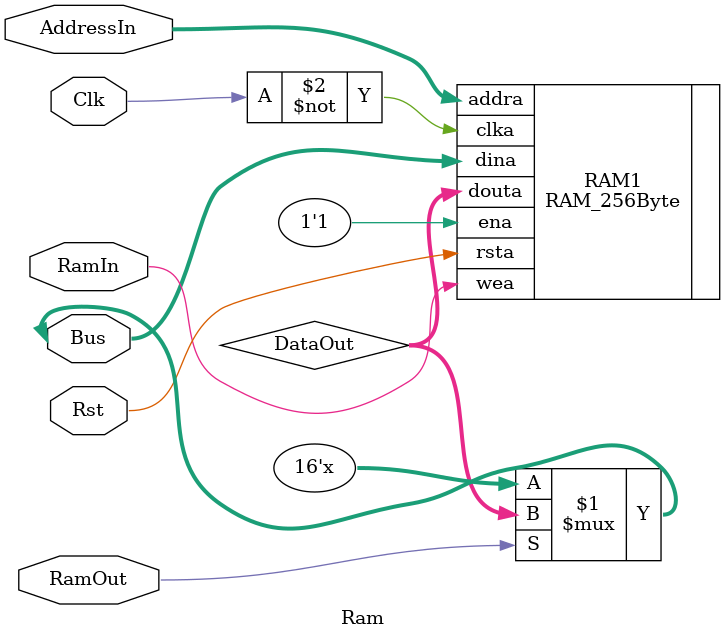
<source format=v>
`timescale 1ns / 1ps

module Ram(
    input Clk,
    input Rst,
    inout [15:0]Bus,
    input [7:0]AddressIn,
    input RamIn,
    input RamOut
    );
    wire [15:0]DataOut;
    assign Bus = RamOut?DataOut:16'bz;

    RAM_256Byte RAM1 (
      .clka(~Clk), // input clka
      .rsta(Rst), // input rsta
      .ena(1'b1), // input ena
      .wea(RamIn), // input [0 : 0] wea
      .addra(AddressIn), // input [7 : 0] addra
      .dina(Bus), // input [15 : 0] dina
      .douta(DataOut) // output [15 : 0] douta
    );
endmodule

</source>
